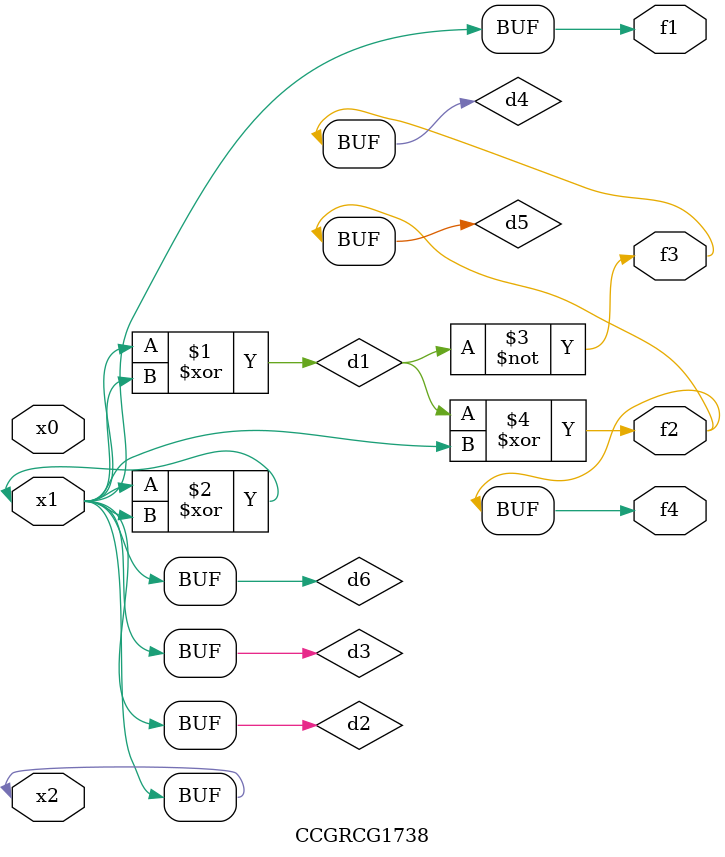
<source format=v>
module CCGRCG1738(
	input x0, x1, x2,
	output f1, f2, f3, f4
);

	wire d1, d2, d3, d4, d5, d6;

	xor (d1, x1, x2);
	buf (d2, x1, x2);
	xor (d3, x1, x2);
	nor (d4, d1);
	xor (d5, d1, d2);
	buf (d6, d2, d3);
	assign f1 = d6;
	assign f2 = d5;
	assign f3 = d4;
	assign f4 = d5;
endmodule

</source>
